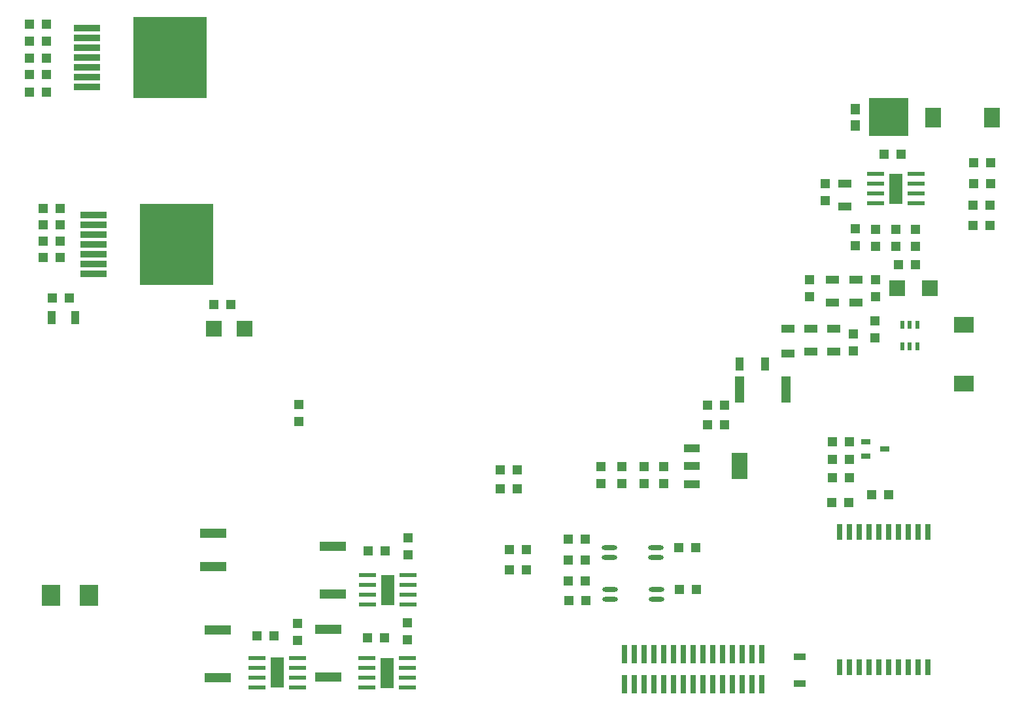
<source format=gtp>
%FSLAX25Y25*%
%MOIN*%
G70*
G01*
G75*
G04 Layer_Color=8421504*
%ADD10R,0.05100X0.05100*%
G04:AMPARAMS|DCode=11|XSize=94.49mil|YSize=29.13mil|CornerRadius=0.73mil|HoleSize=0mil|Usage=FLASHONLY|Rotation=270.000|XOffset=0mil|YOffset=0mil|HoleType=Round|Shape=RoundedRectangle|*
%AMROUNDEDRECTD11*
21,1,0.09449,0.02768,0,0,270.0*
21,1,0.09303,0.02913,0,0,270.0*
1,1,0.00146,-0.01384,-0.04652*
1,1,0.00146,-0.01384,0.04652*
1,1,0.00146,0.01384,0.04652*
1,1,0.00146,0.01384,-0.04652*
%
%ADD11ROUNDEDRECTD11*%
%ADD12R,0.03937X0.07087*%
%ADD13R,0.07087X0.03937*%
%ADD14R,0.04724X0.13780*%
%ADD15R,0.05906X0.03543*%
%ADD16R,0.09449X0.11024*%
%ADD17R,0.03150X0.07874*%
%ADD18O,0.07874X0.02362*%
%ADD19R,0.08465X0.04331*%
%ADD20R,0.08465X0.04331*%
%ADD21R,0.08465X0.13780*%
%ADD22R,0.37402X0.41339*%
%ADD23R,0.13780X0.03543*%
%ADD24R,0.08661X0.02362*%
%ADD25R,0.08661X0.02362*%
%ADD26R,0.06693X0.15748*%
%ADD27R,0.13465X0.04921*%
%ADD28R,0.04921X0.02756*%
%ADD29R,0.09843X0.07874*%
%ADD30R,0.13465X0.04724*%
%ADD31R,0.05080X0.05600*%
%ADD32R,0.20472X0.19200*%
%ADD33R,0.07874X0.07874*%
%ADD34R,0.07874X0.07874*%
%ADD35R,0.02165X0.03937*%
%ADD36R,0.05100X0.05100*%
%ADD37R,0.07087X0.04449*%
%ADD38R,0.07874X0.09843*%
%ADD39R,0.04449X0.07087*%
%ADD40C,0.01102*%
%ADD41C,0.03000*%
%ADD42C,0.04331*%
%ADD43C,0.01500*%
%ADD44C,0.02362*%
%ADD45C,0.05000*%
%ADD46C,0.01200*%
%ADD47C,0.02000*%
%ADD48C,0.04000*%
%ADD49C,0.08000*%
%ADD50C,0.10000*%
%ADD51C,0.01969*%
%ADD52C,0.02165*%
%ADD53R,0.03600X0.13800*%
%ADD54R,0.08000X0.29700*%
%ADD55R,0.07000X0.24600*%
%ADD56R,0.06600X0.24400*%
%ADD57R,0.06700X0.20500*%
%ADD58R,0.11300X0.13400*%
%ADD59R,0.09300X0.13200*%
%ADD60R,0.25100X0.17800*%
%ADD61R,0.16300X0.24200*%
%ADD62R,0.31100X0.30000*%
%ADD63R,0.17300X0.10200*%
%ADD64R,0.59000X0.07200*%
%ADD65R,0.10000X0.09200*%
%ADD66R,0.30300X0.11200*%
%ADD67C,0.00197*%
%ADD68C,0.03150*%
%ADD69R,0.11811X0.11811*%
%ADD70C,0.11811*%
%ADD71C,0.05906*%
%ADD72R,0.05906X0.05906*%
%ADD73C,0.04331*%
G04:AMPARAMS|DCode=74|XSize=43.31mil|YSize=43.31mil|CornerRadius=10.83mil|HoleSize=0mil|Usage=FLASHONLY|Rotation=90.000|XOffset=0mil|YOffset=0mil|HoleType=Round|Shape=RoundedRectangle|*
%AMROUNDEDRECTD74*
21,1,0.04331,0.02165,0,0,90.0*
21,1,0.02165,0.04331,0,0,90.0*
1,1,0.02165,0.01083,0.01083*
1,1,0.02165,0.01083,-0.01083*
1,1,0.02165,-0.01083,-0.01083*
1,1,0.02165,-0.01083,0.01083*
%
%ADD74ROUNDEDRECTD74*%
%ADD75C,0.05315*%
%ADD76R,0.05315X0.05315*%
G04:AMPARAMS|DCode=77|XSize=59.06mil|YSize=59.06mil|CornerRadius=14.76mil|HoleSize=0mil|Usage=FLASHONLY|Rotation=90.000|XOffset=0mil|YOffset=0mil|HoleType=Round|Shape=RoundedRectangle|*
%AMROUNDEDRECTD77*
21,1,0.05906,0.02953,0,0,90.0*
21,1,0.02953,0.05906,0,0,90.0*
1,1,0.02953,0.01476,0.01476*
1,1,0.02953,0.01476,-0.01476*
1,1,0.02953,-0.01476,-0.01476*
1,1,0.02953,-0.01476,0.01476*
%
%ADD77ROUNDEDRECTD77*%
%ADD78C,0.07874*%
%ADD79C,0.02000*%
%ADD80C,0.04000*%
%ADD81C,0.03000*%
%ADD82R,0.33700X0.13200*%
%ADD83R,0.09335X0.10100*%
%ADD84R,0.13100X1.68900*%
%ADD85R,0.41700X0.14400*%
%ADD86R,0.19200X0.39100*%
%ADD87R,0.79600X0.20200*%
%ADD88R,0.31800X0.32800*%
%ADD89R,0.10900X0.35200*%
%ADD90R,0.68339X0.12300*%
%ADD91R,0.10300X0.24700*%
%ADD92R,0.11900X0.16700*%
%ADD93R,0.13500X1.15100*%
%ADD94C,0.01000*%
%ADD95C,0.01575*%
%ADD96C,0.01181*%
%ADD97C,0.00984*%
%ADD98C,0.00787*%
%ADD99C,0.00700*%
%ADD100C,0.00600*%
%ADD101C,0.00500*%
%ADD102C,0.01524*%
%ADD103C,0.00394*%
%ADD104R,0.00898X0.08221*%
D10*
X9869Y-234500D02*
D03*
X18531D02*
D03*
X18431Y-243900D02*
D03*
X9769D02*
D03*
X38331Y-252400D02*
D03*
X29669D02*
D03*
X18231Y-256400D02*
D03*
X9569D02*
D03*
X-305431Y-155400D02*
D03*
X-296769D02*
D03*
X-392692Y-122950D02*
D03*
X-384031D02*
D03*
X-59669Y-300600D02*
D03*
X-399549Y-38069D02*
D03*
X9950Y-225507D02*
D03*
X18612D02*
D03*
X-218269Y-281100D02*
D03*
X-399510Y-46969D02*
D03*
X-390849D02*
D03*
X-274869Y-324400D02*
D03*
X-283531D02*
D03*
X-150897Y-239618D02*
D03*
X-45169Y-206900D02*
D03*
X-45313Y-216763D02*
D03*
X-218569Y-325400D02*
D03*
X-227231D02*
D03*
X52131Y-135200D02*
D03*
X43469D02*
D03*
X90531Y-93900D02*
D03*
X81869D02*
D03*
X90231Y-104700D02*
D03*
X81569D02*
D03*
X81369Y-115100D02*
D03*
X90031D02*
D03*
X44931Y-78600D02*
D03*
X36269D02*
D03*
X-390887Y-12569D02*
D03*
X-392692Y-131250D02*
D03*
X-384031D02*
D03*
X-390887Y-38069D02*
D03*
X-390887Y-21038D02*
D03*
X-384031Y-114650D02*
D03*
Y-106350D02*
D03*
X-124631Y-306300D02*
D03*
X-115969D02*
D03*
X-124931Y-296400D02*
D03*
X-116269D02*
D03*
X-68331Y-300600D02*
D03*
X-390887Y-29601D02*
D03*
X-399549D02*
D03*
X-226931Y-281100D02*
D03*
X-150897Y-249518D02*
D03*
X-159558D02*
D03*
X-124931Y-275200D02*
D03*
X-116269D02*
D03*
X-124931Y-285900D02*
D03*
X-116269D02*
D03*
X-68531Y-279500D02*
D03*
X-59869D02*
D03*
X-53831Y-206900D02*
D03*
X-53974Y-216763D02*
D03*
X-159558Y-239618D02*
D03*
X-399549Y-12569D02*
D03*
X-392692Y-106350D02*
D03*
X-399549Y-21038D02*
D03*
X-392692Y-114650D02*
D03*
X81869Y-83000D02*
D03*
X90531D02*
D03*
X-154831Y-280500D02*
D03*
X-146169D02*
D03*
X-387831Y-152200D02*
D03*
X-379169D02*
D03*
X-146169Y-290800D02*
D03*
X-154831D02*
D03*
D11*
X-26319Y-333830D02*
D03*
X-31319Y-333830D02*
D03*
X-36319Y-333830D02*
D03*
X-41319Y-333830D02*
D03*
X-46319Y-333830D02*
D03*
X-51319D02*
D03*
X-56319Y-333830D02*
D03*
X-61319D02*
D03*
X-66319D02*
D03*
X-71319Y-333830D02*
D03*
X-76319D02*
D03*
X-81319Y-333830D02*
D03*
X-86319Y-333830D02*
D03*
X-91319Y-333830D02*
D03*
X-96319Y-333830D02*
D03*
X-26319Y-349184D02*
D03*
X-31319Y-349184D02*
D03*
X-36319Y-349184D02*
D03*
X-41319Y-349184D02*
D03*
X-46319Y-349184D02*
D03*
X-51319D02*
D03*
X-56319Y-349184D02*
D03*
X-61319Y-349184D02*
D03*
X-66319Y-349184D02*
D03*
X-71319Y-349184D02*
D03*
X-76319D02*
D03*
X-81319Y-349184D02*
D03*
X-86319Y-349184D02*
D03*
X-91319Y-349184D02*
D03*
X-96319D02*
D03*
D12*
X-37400Y-185800D02*
D03*
X-24605D02*
D03*
D13*
X-12800Y-180500D02*
D03*
Y-167705D02*
D03*
D14*
X-37600Y-198600D02*
D03*
X-13978D02*
D03*
D15*
X-6700Y-335010D02*
D03*
Y-348790D02*
D03*
D16*
X-388592Y-303701D02*
D03*
X-369065D02*
D03*
D17*
X23381Y-340256D02*
D03*
X28381D02*
D03*
X33381D02*
D03*
X38381D02*
D03*
X43381D02*
D03*
X48381D02*
D03*
X53381D02*
D03*
X18381D02*
D03*
X23381Y-271358D02*
D03*
X28381D02*
D03*
X33381D02*
D03*
X38381D02*
D03*
X43381D02*
D03*
X48381D02*
D03*
X53381D02*
D03*
X18381D02*
D03*
X58381D02*
D03*
X13381D02*
D03*
Y-340256D02*
D03*
X58381D02*
D03*
D18*
X-103511Y-300800D02*
D03*
Y-305800D02*
D03*
X-79889D02*
D03*
Y-300800D02*
D03*
X-103711Y-279400D02*
D03*
Y-284400D02*
D03*
X-80089D02*
D03*
Y-279400D02*
D03*
D19*
X-62005Y-237900D02*
D03*
D20*
Y-246955D02*
D03*
Y-228845D02*
D03*
D21*
X-37595Y-237900D02*
D03*
D22*
X-324574Y-124800D02*
D03*
X-327974Y-29300D02*
D03*
D23*
X-366700Y-124800D02*
D03*
Y-139800D02*
D03*
Y-134800D02*
D03*
Y-129800D02*
D03*
Y-119800D02*
D03*
Y-114800D02*
D03*
Y-109800D02*
D03*
X-370100Y-44300D02*
D03*
Y-39300D02*
D03*
Y-34300D02*
D03*
Y-24300D02*
D03*
Y-19300D02*
D03*
Y-14300D02*
D03*
Y-29300D02*
D03*
D24*
X-283467Y-340700D02*
D03*
Y-345700D02*
D03*
X-262995D02*
D03*
X-262995Y-340700D02*
D03*
X-283467Y-350700D02*
D03*
Y-335700D02*
D03*
X-262995Y-335700D02*
D03*
X-227036Y-298500D02*
D03*
Y-303500D02*
D03*
X-206564D02*
D03*
X-206564Y-298500D02*
D03*
X-227036Y-308500D02*
D03*
Y-293500D02*
D03*
X-227367Y-335800D02*
D03*
Y-350800D02*
D03*
X-206894Y-340800D02*
D03*
X-206894Y-345800D02*
D03*
X-227367D02*
D03*
Y-340800D02*
D03*
X31864Y-93800D02*
D03*
Y-103800D02*
D03*
X52336Y-88800D02*
D03*
Y-93800D02*
D03*
Y-98800D02*
D03*
Y-103800D02*
D03*
X-206894Y-335800D02*
D03*
X-206564Y-293500D02*
D03*
X31864Y-98800D02*
D03*
D25*
X-262995Y-350700D02*
D03*
X-206564Y-308500D02*
D03*
X-206894Y-350800D02*
D03*
X31864Y-88800D02*
D03*
D26*
X-273231Y-343200D02*
D03*
X-216800Y-301000D02*
D03*
X-217131Y-343300D02*
D03*
X42100Y-96300D02*
D03*
D27*
X-303631Y-345705D02*
D03*
Y-321295D02*
D03*
X-247231Y-321095D02*
D03*
Y-345505D02*
D03*
X-244800Y-303005D02*
D03*
Y-278595D02*
D03*
D28*
X26660Y-225367D02*
D03*
Y-232847D02*
D03*
X36502Y-229107D02*
D03*
D29*
X76700Y-195700D02*
D03*
Y-165700D02*
D03*
D30*
X-306000Y-272135D02*
D03*
Y-289065D02*
D03*
D31*
X21371Y-64067D02*
D03*
Y-55747D02*
D03*
D32*
X38430Y-59907D02*
D03*
D33*
X59368Y-147100D02*
D03*
X42832D02*
D03*
D34*
X-289700Y-167600D02*
D03*
X-305448D02*
D03*
D35*
X53040Y-165688D02*
D03*
X49300D02*
D03*
X45560Y-165728D02*
D03*
X53040Y-176712D02*
D03*
X45560Y-176712D02*
D03*
X49300D02*
D03*
D36*
X20500Y-170469D02*
D03*
Y-179131D02*
D03*
X-76100Y-238069D02*
D03*
X-86200Y-246631D02*
D03*
X31600Y-172531D02*
D03*
Y-163869D02*
D03*
X-1800Y-151431D02*
D03*
Y-142769D02*
D03*
X42069Y-116969D02*
D03*
X-76100Y-246731D02*
D03*
X-108100Y-246631D02*
D03*
X31900Y-125631D02*
D03*
Y-116969D02*
D03*
X52169Y-125631D02*
D03*
Y-116969D02*
D03*
X-262100Y-215231D02*
D03*
Y-206569D02*
D03*
X6100Y-93869D02*
D03*
Y-102531D02*
D03*
X-206500Y-274469D02*
D03*
X-206900Y-317869D02*
D03*
X-262900Y-318069D02*
D03*
X-108100Y-237969D02*
D03*
X-86200Y-237969D02*
D03*
X-206900Y-326531D02*
D03*
X-262900Y-326731D02*
D03*
X-206500Y-283131D02*
D03*
X-97600Y-246631D02*
D03*
Y-237969D02*
D03*
X42069Y-125631D02*
D03*
X21500Y-125531D02*
D03*
Y-116869D02*
D03*
X31700Y-142769D02*
D03*
Y-151431D02*
D03*
D37*
X9800Y-154466D02*
D03*
Y-142734D02*
D03*
X21700Y-154466D02*
D03*
Y-142734D02*
D03*
X10400Y-167734D02*
D03*
Y-179466D02*
D03*
X-1200Y-167734D02*
D03*
Y-179466D02*
D03*
X16200Y-105466D02*
D03*
Y-93734D02*
D03*
D38*
X61200Y-60000D02*
D03*
X91200D02*
D03*
D39*
X-376334Y-162100D02*
D03*
X-388066D02*
D03*
D67*
X-151477Y-78740D02*
G03*
X-151477Y-78740I-98J0D01*
G01*
D02*
G03*
X-151477Y-78740I-98J0D01*
G01*
D02*
G03*
X-151477Y-78740I-98J0D01*
G01*
D02*
G03*
X-151477Y-78740I-98J0D01*
G01*
M02*

</source>
